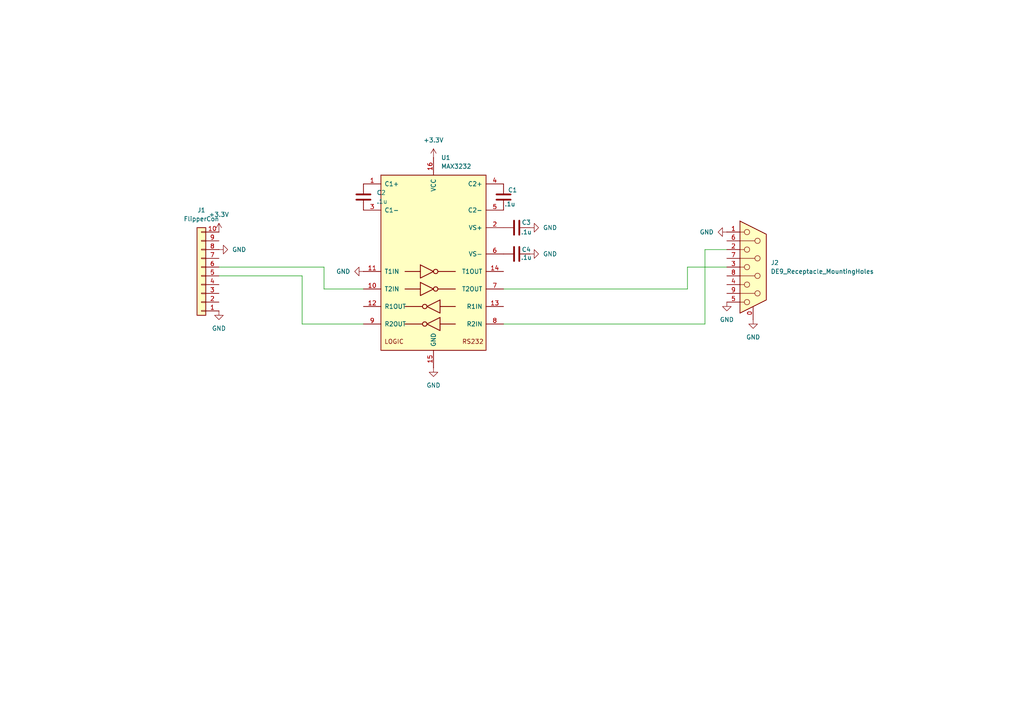
<source format=kicad_sch>
(kicad_sch
	(version 20231120)
	(generator "eeschema")
	(generator_version "8.0")
	(uuid "4e9cce1d-0f01-4817-9cf2-c28c6d59f95b")
	(paper "A4")
	(lib_symbols
		(symbol "Connector:DE9_Receptacle_MountingHoles"
			(pin_names
				(offset 1.016) hide)
			(exclude_from_sim no)
			(in_bom yes)
			(on_board yes)
			(property "Reference" "J"
				(at 0 16.51 0)
				(effects
					(font
						(size 1.27 1.27)
					)
				)
			)
			(property "Value" "DE9_Receptacle_MountingHoles"
				(at 0 14.605 0)
				(effects
					(font
						(size 1.27 1.27)
					)
				)
			)
			(property "Footprint" ""
				(at 0 0 0)
				(effects
					(font
						(size 1.27 1.27)
					)
					(hide yes)
				)
			)
			(property "Datasheet" "~"
				(at 0 0 0)
				(effects
					(font
						(size 1.27 1.27)
					)
					(hide yes)
				)
			)
			(property "Description" "9-pin female receptacle socket D-SUB connector, Mounting Hole"
				(at 0 0 0)
				(effects
					(font
						(size 1.27 1.27)
					)
					(hide yes)
				)
			)
			(property "ki_keywords" "connector receptacle female D-SUB DB9"
				(at 0 0 0)
				(effects
					(font
						(size 1.27 1.27)
					)
					(hide yes)
				)
			)
			(property "ki_fp_filters" "DSUB*Female*"
				(at 0 0 0)
				(effects
					(font
						(size 1.27 1.27)
					)
					(hide yes)
				)
			)
			(symbol "DE9_Receptacle_MountingHoles_0_1"
				(circle
					(center -1.778 -10.16)
					(radius 0.762)
					(stroke
						(width 0)
						(type default)
					)
					(fill
						(type none)
					)
				)
				(circle
					(center -1.778 -5.08)
					(radius 0.762)
					(stroke
						(width 0)
						(type default)
					)
					(fill
						(type none)
					)
				)
				(circle
					(center -1.778 0)
					(radius 0.762)
					(stroke
						(width 0)
						(type default)
					)
					(fill
						(type none)
					)
				)
				(circle
					(center -1.778 5.08)
					(radius 0.762)
					(stroke
						(width 0)
						(type default)
					)
					(fill
						(type none)
					)
				)
				(circle
					(center -1.778 10.16)
					(radius 0.762)
					(stroke
						(width 0)
						(type default)
					)
					(fill
						(type none)
					)
				)
				(polyline
					(pts
						(xy -3.81 -10.16) (xy -2.54 -10.16)
					)
					(stroke
						(width 0)
						(type default)
					)
					(fill
						(type none)
					)
				)
				(polyline
					(pts
						(xy -3.81 -7.62) (xy 0.508 -7.62)
					)
					(stroke
						(width 0)
						(type default)
					)
					(fill
						(type none)
					)
				)
				(polyline
					(pts
						(xy -3.81 -5.08) (xy -2.54 -5.08)
					)
					(stroke
						(width 0)
						(type default)
					)
					(fill
						(type none)
					)
				)
				(polyline
					(pts
						(xy -3.81 -2.54) (xy 0.508 -2.54)
					)
					(stroke
						(width 0)
						(type default)
					)
					(fill
						(type none)
					)
				)
				(polyline
					(pts
						(xy -3.81 0) (xy -2.54 0)
					)
					(stroke
						(width 0)
						(type default)
					)
					(fill
						(type none)
					)
				)
				(polyline
					(pts
						(xy -3.81 2.54) (xy 0.508 2.54)
					)
					(stroke
						(width 0)
						(type default)
					)
					(fill
						(type none)
					)
				)
				(polyline
					(pts
						(xy -3.81 5.08) (xy -2.54 5.08)
					)
					(stroke
						(width 0)
						(type default)
					)
					(fill
						(type none)
					)
				)
				(polyline
					(pts
						(xy -3.81 7.62) (xy 0.508 7.62)
					)
					(stroke
						(width 0)
						(type default)
					)
					(fill
						(type none)
					)
				)
				(polyline
					(pts
						(xy -3.81 10.16) (xy -2.54 10.16)
					)
					(stroke
						(width 0)
						(type default)
					)
					(fill
						(type none)
					)
				)
				(polyline
					(pts
						(xy -3.81 13.335) (xy -3.81 -13.335) (xy 3.81 -9.525) (xy 3.81 9.525) (xy -3.81 13.335)
					)
					(stroke
						(width 0.254)
						(type default)
					)
					(fill
						(type background)
					)
				)
				(circle
					(center 1.27 -7.62)
					(radius 0.762)
					(stroke
						(width 0)
						(type default)
					)
					(fill
						(type none)
					)
				)
				(circle
					(center 1.27 -2.54)
					(radius 0.762)
					(stroke
						(width 0)
						(type default)
					)
					(fill
						(type none)
					)
				)
				(circle
					(center 1.27 2.54)
					(radius 0.762)
					(stroke
						(width 0)
						(type default)
					)
					(fill
						(type none)
					)
				)
				(circle
					(center 1.27 7.62)
					(radius 0.762)
					(stroke
						(width 0)
						(type default)
					)
					(fill
						(type none)
					)
				)
			)
			(symbol "DE9_Receptacle_MountingHoles_1_1"
				(pin passive line
					(at 0 -15.24 90)
					(length 3.81)
					(name "PAD"
						(effects
							(font
								(size 1.27 1.27)
							)
						)
					)
					(number "0"
						(effects
							(font
								(size 1.27 1.27)
							)
						)
					)
				)
				(pin passive line
					(at -7.62 10.16 0)
					(length 3.81)
					(name "1"
						(effects
							(font
								(size 1.27 1.27)
							)
						)
					)
					(number "1"
						(effects
							(font
								(size 1.27 1.27)
							)
						)
					)
				)
				(pin passive line
					(at -7.62 5.08 0)
					(length 3.81)
					(name "2"
						(effects
							(font
								(size 1.27 1.27)
							)
						)
					)
					(number "2"
						(effects
							(font
								(size 1.27 1.27)
							)
						)
					)
				)
				(pin passive line
					(at -7.62 0 0)
					(length 3.81)
					(name "3"
						(effects
							(font
								(size 1.27 1.27)
							)
						)
					)
					(number "3"
						(effects
							(font
								(size 1.27 1.27)
							)
						)
					)
				)
				(pin passive line
					(at -7.62 -5.08 0)
					(length 3.81)
					(name "4"
						(effects
							(font
								(size 1.27 1.27)
							)
						)
					)
					(number "4"
						(effects
							(font
								(size 1.27 1.27)
							)
						)
					)
				)
				(pin passive line
					(at -7.62 -10.16 0)
					(length 3.81)
					(name "5"
						(effects
							(font
								(size 1.27 1.27)
							)
						)
					)
					(number "5"
						(effects
							(font
								(size 1.27 1.27)
							)
						)
					)
				)
				(pin passive line
					(at -7.62 7.62 0)
					(length 3.81)
					(name "6"
						(effects
							(font
								(size 1.27 1.27)
							)
						)
					)
					(number "6"
						(effects
							(font
								(size 1.27 1.27)
							)
						)
					)
				)
				(pin passive line
					(at -7.62 2.54 0)
					(length 3.81)
					(name "7"
						(effects
							(font
								(size 1.27 1.27)
							)
						)
					)
					(number "7"
						(effects
							(font
								(size 1.27 1.27)
							)
						)
					)
				)
				(pin passive line
					(at -7.62 -2.54 0)
					(length 3.81)
					(name "8"
						(effects
							(font
								(size 1.27 1.27)
							)
						)
					)
					(number "8"
						(effects
							(font
								(size 1.27 1.27)
							)
						)
					)
				)
				(pin passive line
					(at -7.62 -7.62 0)
					(length 3.81)
					(name "9"
						(effects
							(font
								(size 1.27 1.27)
							)
						)
					)
					(number "9"
						(effects
							(font
								(size 1.27 1.27)
							)
						)
					)
				)
			)
		)
		(symbol "Connector_Generic:Conn_01x10"
			(pin_names
				(offset 1.016) hide)
			(exclude_from_sim no)
			(in_bom yes)
			(on_board yes)
			(property "Reference" "J"
				(at 0 12.7 0)
				(effects
					(font
						(size 1.27 1.27)
					)
				)
			)
			(property "Value" "Conn_01x10"
				(at 0 -15.24 0)
				(effects
					(font
						(size 1.27 1.27)
					)
				)
			)
			(property "Footprint" ""
				(at 0 0 0)
				(effects
					(font
						(size 1.27 1.27)
					)
					(hide yes)
				)
			)
			(property "Datasheet" "~"
				(at 0 0 0)
				(effects
					(font
						(size 1.27 1.27)
					)
					(hide yes)
				)
			)
			(property "Description" "Generic connector, single row, 01x10, script generated (kicad-library-utils/schlib/autogen/connector/)"
				(at 0 0 0)
				(effects
					(font
						(size 1.27 1.27)
					)
					(hide yes)
				)
			)
			(property "ki_keywords" "connector"
				(at 0 0 0)
				(effects
					(font
						(size 1.27 1.27)
					)
					(hide yes)
				)
			)
			(property "ki_fp_filters" "Connector*:*_1x??_*"
				(at 0 0 0)
				(effects
					(font
						(size 1.27 1.27)
					)
					(hide yes)
				)
			)
			(symbol "Conn_01x10_1_1"
				(rectangle
					(start -1.27 -12.573)
					(end 0 -12.827)
					(stroke
						(width 0.1524)
						(type default)
					)
					(fill
						(type none)
					)
				)
				(rectangle
					(start -1.27 -10.033)
					(end 0 -10.287)
					(stroke
						(width 0.1524)
						(type default)
					)
					(fill
						(type none)
					)
				)
				(rectangle
					(start -1.27 -7.493)
					(end 0 -7.747)
					(stroke
						(width 0.1524)
						(type default)
					)
					(fill
						(type none)
					)
				)
				(rectangle
					(start -1.27 -4.953)
					(end 0 -5.207)
					(stroke
						(width 0.1524)
						(type default)
					)
					(fill
						(type none)
					)
				)
				(rectangle
					(start -1.27 -2.413)
					(end 0 -2.667)
					(stroke
						(width 0.1524)
						(type default)
					)
					(fill
						(type none)
					)
				)
				(rectangle
					(start -1.27 0.127)
					(end 0 -0.127)
					(stroke
						(width 0.1524)
						(type default)
					)
					(fill
						(type none)
					)
				)
				(rectangle
					(start -1.27 2.667)
					(end 0 2.413)
					(stroke
						(width 0.1524)
						(type default)
					)
					(fill
						(type none)
					)
				)
				(rectangle
					(start -1.27 5.207)
					(end 0 4.953)
					(stroke
						(width 0.1524)
						(type default)
					)
					(fill
						(type none)
					)
				)
				(rectangle
					(start -1.27 7.747)
					(end 0 7.493)
					(stroke
						(width 0.1524)
						(type default)
					)
					(fill
						(type none)
					)
				)
				(rectangle
					(start -1.27 10.287)
					(end 0 10.033)
					(stroke
						(width 0.1524)
						(type default)
					)
					(fill
						(type none)
					)
				)
				(rectangle
					(start -1.27 11.43)
					(end 1.27 -13.97)
					(stroke
						(width 0.254)
						(type default)
					)
					(fill
						(type background)
					)
				)
				(pin passive line
					(at -5.08 10.16 0)
					(length 3.81)
					(name "Pin_1"
						(effects
							(font
								(size 1.27 1.27)
							)
						)
					)
					(number "1"
						(effects
							(font
								(size 1.27 1.27)
							)
						)
					)
				)
				(pin passive line
					(at -5.08 -12.7 0)
					(length 3.81)
					(name "Pin_10"
						(effects
							(font
								(size 1.27 1.27)
							)
						)
					)
					(number "10"
						(effects
							(font
								(size 1.27 1.27)
							)
						)
					)
				)
				(pin passive line
					(at -5.08 7.62 0)
					(length 3.81)
					(name "Pin_2"
						(effects
							(font
								(size 1.27 1.27)
							)
						)
					)
					(number "2"
						(effects
							(font
								(size 1.27 1.27)
							)
						)
					)
				)
				(pin passive line
					(at -5.08 5.08 0)
					(length 3.81)
					(name "Pin_3"
						(effects
							(font
								(size 1.27 1.27)
							)
						)
					)
					(number "3"
						(effects
							(font
								(size 1.27 1.27)
							)
						)
					)
				)
				(pin passive line
					(at -5.08 2.54 0)
					(length 3.81)
					(name "Pin_4"
						(effects
							(font
								(size 1.27 1.27)
							)
						)
					)
					(number "4"
						(effects
							(font
								(size 1.27 1.27)
							)
						)
					)
				)
				(pin passive line
					(at -5.08 0 0)
					(length 3.81)
					(name "Pin_5"
						(effects
							(font
								(size 1.27 1.27)
							)
						)
					)
					(number "5"
						(effects
							(font
								(size 1.27 1.27)
							)
						)
					)
				)
				(pin passive line
					(at -5.08 -2.54 0)
					(length 3.81)
					(name "Pin_6"
						(effects
							(font
								(size 1.27 1.27)
							)
						)
					)
					(number "6"
						(effects
							(font
								(size 1.27 1.27)
							)
						)
					)
				)
				(pin passive line
					(at -5.08 -5.08 0)
					(length 3.81)
					(name "Pin_7"
						(effects
							(font
								(size 1.27 1.27)
							)
						)
					)
					(number "7"
						(effects
							(font
								(size 1.27 1.27)
							)
						)
					)
				)
				(pin passive line
					(at -5.08 -7.62 0)
					(length 3.81)
					(name "Pin_8"
						(effects
							(font
								(size 1.27 1.27)
							)
						)
					)
					(number "8"
						(effects
							(font
								(size 1.27 1.27)
							)
						)
					)
				)
				(pin passive line
					(at -5.08 -10.16 0)
					(length 3.81)
					(name "Pin_9"
						(effects
							(font
								(size 1.27 1.27)
							)
						)
					)
					(number "9"
						(effects
							(font
								(size 1.27 1.27)
							)
						)
					)
				)
			)
		)
		(symbol "Device:C"
			(pin_numbers hide)
			(pin_names
				(offset 0.254)
			)
			(exclude_from_sim no)
			(in_bom yes)
			(on_board yes)
			(property "Reference" "C"
				(at 0.635 2.54 0)
				(effects
					(font
						(size 1.27 1.27)
					)
					(justify left)
				)
			)
			(property "Value" "C"
				(at 0.635 -2.54 0)
				(effects
					(font
						(size 1.27 1.27)
					)
					(justify left)
				)
			)
			(property "Footprint" ""
				(at 0.9652 -3.81 0)
				(effects
					(font
						(size 1.27 1.27)
					)
					(hide yes)
				)
			)
			(property "Datasheet" "~"
				(at 0 0 0)
				(effects
					(font
						(size 1.27 1.27)
					)
					(hide yes)
				)
			)
			(property "Description" "Unpolarized capacitor"
				(at 0 0 0)
				(effects
					(font
						(size 1.27 1.27)
					)
					(hide yes)
				)
			)
			(property "ki_keywords" "cap capacitor"
				(at 0 0 0)
				(effects
					(font
						(size 1.27 1.27)
					)
					(hide yes)
				)
			)
			(property "ki_fp_filters" "C_*"
				(at 0 0 0)
				(effects
					(font
						(size 1.27 1.27)
					)
					(hide yes)
				)
			)
			(symbol "C_0_1"
				(polyline
					(pts
						(xy -2.032 -0.762) (xy 2.032 -0.762)
					)
					(stroke
						(width 0.508)
						(type default)
					)
					(fill
						(type none)
					)
				)
				(polyline
					(pts
						(xy -2.032 0.762) (xy 2.032 0.762)
					)
					(stroke
						(width 0.508)
						(type default)
					)
					(fill
						(type none)
					)
				)
			)
			(symbol "C_1_1"
				(pin passive line
					(at 0 3.81 270)
					(length 2.794)
					(name "~"
						(effects
							(font
								(size 1.27 1.27)
							)
						)
					)
					(number "1"
						(effects
							(font
								(size 1.27 1.27)
							)
						)
					)
				)
				(pin passive line
					(at 0 -3.81 90)
					(length 2.794)
					(name "~"
						(effects
							(font
								(size 1.27 1.27)
							)
						)
					)
					(number "2"
						(effects
							(font
								(size 1.27 1.27)
							)
						)
					)
				)
			)
		)
		(symbol "Interface_UART:MAX3232"
			(pin_names
				(offset 1.016)
			)
			(exclude_from_sim no)
			(in_bom yes)
			(on_board yes)
			(property "Reference" "U"
				(at -2.54 28.575 0)
				(effects
					(font
						(size 1.27 1.27)
					)
					(justify right)
				)
			)
			(property "Value" "MAX3232"
				(at -2.54 26.67 0)
				(effects
					(font
						(size 1.27 1.27)
					)
					(justify right)
				)
			)
			(property "Footprint" ""
				(at 1.27 -26.67 0)
				(effects
					(font
						(size 1.27 1.27)
					)
					(justify left)
					(hide yes)
				)
			)
			(property "Datasheet" "https://datasheets.maximintegrated.com/en/ds/MAX3222-MAX3241.pdf"
				(at 0 2.54 0)
				(effects
					(font
						(size 1.27 1.27)
					)
					(hide yes)
				)
			)
			(property "Description" "3.0V to 5.5V, Low-Power, up to 1Mbps, True RS-232 Transceivers Using Four 0.1μF External Capacitors"
				(at 0 0 0)
				(effects
					(font
						(size 1.27 1.27)
					)
					(hide yes)
				)
			)
			(property "ki_keywords" "rs232 uart transceiver line-driver"
				(at 0 0 0)
				(effects
					(font
						(size 1.27 1.27)
					)
					(hide yes)
				)
			)
			(property "ki_fp_filters" "SOIC*P1.27mm* DIP*W7.62mm* TSSOP*4.4x5mm*P0.65mm*"
				(at 0 0 0)
				(effects
					(font
						(size 1.27 1.27)
					)
					(hide yes)
				)
			)
			(symbol "MAX3232_0_0"
				(text "LOGIC"
					(at -11.43 -22.86 0)
					(effects
						(font
							(size 1.27 1.27)
						)
					)
				)
				(text "RS232"
					(at 11.43 -22.86 0)
					(effects
						(font
							(size 1.27 1.27)
						)
					)
				)
			)
			(symbol "MAX3232_0_1"
				(rectangle
					(start -15.24 -25.4)
					(end 15.24 25.4)
					(stroke
						(width 0.254)
						(type default)
					)
					(fill
						(type background)
					)
				)
				(circle
					(center -2.54 -17.78)
					(radius 0.635)
					(stroke
						(width 0.254)
						(type default)
					)
					(fill
						(type none)
					)
				)
				(circle
					(center -2.54 -12.7)
					(radius 0.635)
					(stroke
						(width 0.254)
						(type default)
					)
					(fill
						(type none)
					)
				)
				(polyline
					(pts
						(xy -3.81 -7.62) (xy -8.255 -7.62)
					)
					(stroke
						(width 0.254)
						(type default)
					)
					(fill
						(type none)
					)
				)
				(polyline
					(pts
						(xy -3.81 -2.54) (xy -8.255 -2.54)
					)
					(stroke
						(width 0.254)
						(type default)
					)
					(fill
						(type none)
					)
				)
				(polyline
					(pts
						(xy -3.175 -17.78) (xy -8.255 -17.78)
					)
					(stroke
						(width 0.254)
						(type default)
					)
					(fill
						(type none)
					)
				)
				(polyline
					(pts
						(xy -3.175 -12.7) (xy -8.255 -12.7)
					)
					(stroke
						(width 0.254)
						(type default)
					)
					(fill
						(type none)
					)
				)
				(polyline
					(pts
						(xy 1.27 -7.62) (xy 6.35 -7.62)
					)
					(stroke
						(width 0.254)
						(type default)
					)
					(fill
						(type none)
					)
				)
				(polyline
					(pts
						(xy 1.27 -2.54) (xy 6.35 -2.54)
					)
					(stroke
						(width 0.254)
						(type default)
					)
					(fill
						(type none)
					)
				)
				(polyline
					(pts
						(xy 1.905 -17.78) (xy 6.35 -17.78)
					)
					(stroke
						(width 0.254)
						(type default)
					)
					(fill
						(type none)
					)
				)
				(polyline
					(pts
						(xy 1.905 -12.7) (xy 6.35 -12.7)
					)
					(stroke
						(width 0.254)
						(type default)
					)
					(fill
						(type none)
					)
				)
				(polyline
					(pts
						(xy -3.81 -5.715) (xy -3.81 -9.525) (xy 0 -7.62) (xy -3.81 -5.715)
					)
					(stroke
						(width 0.254)
						(type default)
					)
					(fill
						(type none)
					)
				)
				(polyline
					(pts
						(xy -3.81 -0.635) (xy -3.81 -4.445) (xy 0 -2.54) (xy -3.81 -0.635)
					)
					(stroke
						(width 0.254)
						(type default)
					)
					(fill
						(type none)
					)
				)
				(polyline
					(pts
						(xy 1.905 -15.875) (xy 1.905 -19.685) (xy -1.905 -17.78) (xy 1.905 -15.875)
					)
					(stroke
						(width 0.254)
						(type default)
					)
					(fill
						(type none)
					)
				)
				(polyline
					(pts
						(xy 1.905 -10.795) (xy 1.905 -14.605) (xy -1.905 -12.7) (xy 1.905 -10.795)
					)
					(stroke
						(width 0.254)
						(type default)
					)
					(fill
						(type none)
					)
				)
				(circle
					(center 0.635 -7.62)
					(radius 0.635)
					(stroke
						(width 0.254)
						(type default)
					)
					(fill
						(type none)
					)
				)
				(circle
					(center 0.635 -2.54)
					(radius 0.635)
					(stroke
						(width 0.254)
						(type default)
					)
					(fill
						(type none)
					)
				)
			)
			(symbol "MAX3232_1_1"
				(pin passive line
					(at -20.32 22.86 0)
					(length 5.08)
					(name "C1+"
						(effects
							(font
								(size 1.27 1.27)
							)
						)
					)
					(number "1"
						(effects
							(font
								(size 1.27 1.27)
							)
						)
					)
				)
				(pin input line
					(at -20.32 -7.62 0)
					(length 5.08)
					(name "T2IN"
						(effects
							(font
								(size 1.27 1.27)
							)
						)
					)
					(number "10"
						(effects
							(font
								(size 1.27 1.27)
							)
						)
					)
				)
				(pin input line
					(at -20.32 -2.54 0)
					(length 5.08)
					(name "T1IN"
						(effects
							(font
								(size 1.27 1.27)
							)
						)
					)
					(number "11"
						(effects
							(font
								(size 1.27 1.27)
							)
						)
					)
				)
				(pin output line
					(at -20.32 -12.7 0)
					(length 5.08)
					(name "R1OUT"
						(effects
							(font
								(size 1.27 1.27)
							)
						)
					)
					(number "12"
						(effects
							(font
								(size 1.27 1.27)
							)
						)
					)
				)
				(pin input line
					(at 20.32 -12.7 180)
					(length 5.08)
					(name "R1IN"
						(effects
							(font
								(size 1.27 1.27)
							)
						)
					)
					(number "13"
						(effects
							(font
								(size 1.27 1.27)
							)
						)
					)
				)
				(pin output line
					(at 20.32 -2.54 180)
					(length 5.08)
					(name "T1OUT"
						(effects
							(font
								(size 1.27 1.27)
							)
						)
					)
					(number "14"
						(effects
							(font
								(size 1.27 1.27)
							)
						)
					)
				)
				(pin power_in line
					(at 0 -30.48 90)
					(length 5.08)
					(name "GND"
						(effects
							(font
								(size 1.27 1.27)
							)
						)
					)
					(number "15"
						(effects
							(font
								(size 1.27 1.27)
							)
						)
					)
				)
				(pin power_in line
					(at 0 30.48 270)
					(length 5.08)
					(name "VCC"
						(effects
							(font
								(size 1.27 1.27)
							)
						)
					)
					(number "16"
						(effects
							(font
								(size 1.27 1.27)
							)
						)
					)
				)
				(pin power_out line
					(at 20.32 10.16 180)
					(length 5.08)
					(name "VS+"
						(effects
							(font
								(size 1.27 1.27)
							)
						)
					)
					(number "2"
						(effects
							(font
								(size 1.27 1.27)
							)
						)
					)
				)
				(pin passive line
					(at -20.32 15.24 0)
					(length 5.08)
					(name "C1-"
						(effects
							(font
								(size 1.27 1.27)
							)
						)
					)
					(number "3"
						(effects
							(font
								(size 1.27 1.27)
							)
						)
					)
				)
				(pin passive line
					(at 20.32 22.86 180)
					(length 5.08)
					(name "C2+"
						(effects
							(font
								(size 1.27 1.27)
							)
						)
					)
					(number "4"
						(effects
							(font
								(size 1.27 1.27)
							)
						)
					)
				)
				(pin passive line
					(at 20.32 15.24 180)
					(length 5.08)
					(name "C2-"
						(effects
							(font
								(size 1.27 1.27)
							)
						)
					)
					(number "5"
						(effects
							(font
								(size 1.27 1.27)
							)
						)
					)
				)
				(pin power_out line
					(at 20.32 2.54 180)
					(length 5.08)
					(name "VS-"
						(effects
							(font
								(size 1.27 1.27)
							)
						)
					)
					(number "6"
						(effects
							(font
								(size 1.27 1.27)
							)
						)
					)
				)
				(pin output line
					(at 20.32 -7.62 180)
					(length 5.08)
					(name "T2OUT"
						(effects
							(font
								(size 1.27 1.27)
							)
						)
					)
					(number "7"
						(effects
							(font
								(size 1.27 1.27)
							)
						)
					)
				)
				(pin input line
					(at 20.32 -17.78 180)
					(length 5.08)
					(name "R2IN"
						(effects
							(font
								(size 1.27 1.27)
							)
						)
					)
					(number "8"
						(effects
							(font
								(size 1.27 1.27)
							)
						)
					)
				)
				(pin output line
					(at -20.32 -17.78 0)
					(length 5.08)
					(name "R2OUT"
						(effects
							(font
								(size 1.27 1.27)
							)
						)
					)
					(number "9"
						(effects
							(font
								(size 1.27 1.27)
							)
						)
					)
				)
			)
		)
		(symbol "power:+3.3V"
			(power)
			(pin_numbers hide)
			(pin_names
				(offset 0) hide)
			(exclude_from_sim no)
			(in_bom yes)
			(on_board yes)
			(property "Reference" "#PWR"
				(at 0 -3.81 0)
				(effects
					(font
						(size 1.27 1.27)
					)
					(hide yes)
				)
			)
			(property "Value" "+3.3V"
				(at 0 3.556 0)
				(effects
					(font
						(size 1.27 1.27)
					)
				)
			)
			(property "Footprint" ""
				(at 0 0 0)
				(effects
					(font
						(size 1.27 1.27)
					)
					(hide yes)
				)
			)
			(property "Datasheet" ""
				(at 0 0 0)
				(effects
					(font
						(size 1.27 1.27)
					)
					(hide yes)
				)
			)
			(property "Description" "Power symbol creates a global label with name \"+3.3V\""
				(at 0 0 0)
				(effects
					(font
						(size 1.27 1.27)
					)
					(hide yes)
				)
			)
			(property "ki_keywords" "global power"
				(at 0 0 0)
				(effects
					(font
						(size 1.27 1.27)
					)
					(hide yes)
				)
			)
			(symbol "+3.3V_0_1"
				(polyline
					(pts
						(xy -0.762 1.27) (xy 0 2.54)
					)
					(stroke
						(width 0)
						(type default)
					)
					(fill
						(type none)
					)
				)
				(polyline
					(pts
						(xy 0 0) (xy 0 2.54)
					)
					(stroke
						(width 0)
						(type default)
					)
					(fill
						(type none)
					)
				)
				(polyline
					(pts
						(xy 0 2.54) (xy 0.762 1.27)
					)
					(stroke
						(width 0)
						(type default)
					)
					(fill
						(type none)
					)
				)
			)
			(symbol "+3.3V_1_1"
				(pin power_in line
					(at 0 0 90)
					(length 0)
					(name "~"
						(effects
							(font
								(size 1.27 1.27)
							)
						)
					)
					(number "1"
						(effects
							(font
								(size 1.27 1.27)
							)
						)
					)
				)
			)
		)
		(symbol "power:GND"
			(power)
			(pin_numbers hide)
			(pin_names
				(offset 0) hide)
			(exclude_from_sim no)
			(in_bom yes)
			(on_board yes)
			(property "Reference" "#PWR"
				(at 0 -6.35 0)
				(effects
					(font
						(size 1.27 1.27)
					)
					(hide yes)
				)
			)
			(property "Value" "GND"
				(at 0 -3.81 0)
				(effects
					(font
						(size 1.27 1.27)
					)
				)
			)
			(property "Footprint" ""
				(at 0 0 0)
				(effects
					(font
						(size 1.27 1.27)
					)
					(hide yes)
				)
			)
			(property "Datasheet" ""
				(at 0 0 0)
				(effects
					(font
						(size 1.27 1.27)
					)
					(hide yes)
				)
			)
			(property "Description" "Power symbol creates a global label with name \"GND\" , ground"
				(at 0 0 0)
				(effects
					(font
						(size 1.27 1.27)
					)
					(hide yes)
				)
			)
			(property "ki_keywords" "global power"
				(at 0 0 0)
				(effects
					(font
						(size 1.27 1.27)
					)
					(hide yes)
				)
			)
			(symbol "GND_0_1"
				(polyline
					(pts
						(xy 0 0) (xy 0 -1.27) (xy 1.27 -1.27) (xy 0 -2.54) (xy -1.27 -1.27) (xy 0 -1.27)
					)
					(stroke
						(width 0)
						(type default)
					)
					(fill
						(type none)
					)
				)
			)
			(symbol "GND_1_1"
				(pin power_in line
					(at 0 0 270)
					(length 0)
					(name "~"
						(effects
							(font
								(size 1.27 1.27)
							)
						)
					)
					(number "1"
						(effects
							(font
								(size 1.27 1.27)
							)
						)
					)
				)
			)
		)
	)
	(wire
		(pts
			(xy 199.39 83.82) (xy 199.39 77.47)
		)
		(stroke
			(width 0)
			(type default)
		)
		(uuid "056b8769-0ba2-467f-8b82-70eeb6ad7c04")
	)
	(wire
		(pts
			(xy 199.39 77.47) (xy 210.82 77.47)
		)
		(stroke
			(width 0)
			(type default)
		)
		(uuid "2571d391-8f9a-4f64-9cf0-1e5e372a7f58")
	)
	(wire
		(pts
			(xy 93.98 83.82) (xy 105.41 83.82)
		)
		(stroke
			(width 0)
			(type default)
		)
		(uuid "2dc9e76a-8486-4975-bb5f-b0876bfafa7d")
	)
	(wire
		(pts
			(xy 63.5 80.01) (xy 87.63 80.01)
		)
		(stroke
			(width 0)
			(type default)
		)
		(uuid "3a9620d8-994b-490a-818e-c2780a5c564f")
	)
	(wire
		(pts
			(xy 87.63 80.01) (xy 87.63 93.98)
		)
		(stroke
			(width 0)
			(type default)
		)
		(uuid "55de8ff0-5c91-47c7-a9c2-41301199c86f")
	)
	(wire
		(pts
			(xy 146.05 93.98) (xy 204.47 93.98)
		)
		(stroke
			(width 0)
			(type default)
		)
		(uuid "5c2f484b-8996-4933-858f-e5f49efdb71f")
	)
	(wire
		(pts
			(xy 63.5 77.47) (xy 93.98 77.47)
		)
		(stroke
			(width 0)
			(type default)
		)
		(uuid "68c42e31-7952-48c1-b2d9-ec78bfb9ddb0")
	)
	(wire
		(pts
			(xy 87.63 93.98) (xy 105.41 93.98)
		)
		(stroke
			(width 0)
			(type default)
		)
		(uuid "83e7c386-ea7c-47e3-a5ef-264071b11684")
	)
	(wire
		(pts
			(xy 93.98 77.47) (xy 93.98 83.82)
		)
		(stroke
			(width 0)
			(type default)
		)
		(uuid "ca488922-7074-4039-ab48-78f22fe88798")
	)
	(wire
		(pts
			(xy 204.47 72.39) (xy 210.82 72.39)
		)
		(stroke
			(width 0)
			(type default)
		)
		(uuid "ccdc0f32-92d3-4f8e-87b8-aeb9809516f9")
	)
	(wire
		(pts
			(xy 146.05 83.82) (xy 199.39 83.82)
		)
		(stroke
			(width 0)
			(type default)
		)
		(uuid "eb7d0b97-252a-4ed6-8583-e1340f35656a")
	)
	(wire
		(pts
			(xy 204.47 93.98) (xy 204.47 72.39)
		)
		(stroke
			(width 0)
			(type default)
		)
		(uuid "f2e60af7-47d1-468b-8ed1-f0f40287ebd5")
	)
	(symbol
		(lib_id "power:GND")
		(at 105.41 78.74 270)
		(unit 1)
		(exclude_from_sim no)
		(in_bom yes)
		(on_board yes)
		(dnp no)
		(fields_autoplaced yes)
		(uuid "04be4a94-e68a-433f-9c2f-e5d268a27ad7")
		(property "Reference" "#PWR08"
			(at 99.06 78.74 0)
			(effects
				(font
					(size 1.27 1.27)
				)
				(hide yes)
			)
		)
		(property "Value" "GND"
			(at 101.6 78.7399 90)
			(effects
				(font
					(size 1.27 1.27)
				)
				(justify right)
			)
		)
		(property "Footprint" ""
			(at 105.41 78.74 0)
			(effects
				(font
					(size 1.27 1.27)
				)
				(hide yes)
			)
		)
		(property "Datasheet" ""
			(at 105.41 78.74 0)
			(effects
				(font
					(size 1.27 1.27)
				)
				(hide yes)
			)
		)
		(property "Description" "Power symbol creates a global label with name \"GND\" , ground"
			(at 105.41 78.74 0)
			(effects
				(font
					(size 1.27 1.27)
				)
				(hide yes)
			)
		)
		(pin "1"
			(uuid "3579525f-7df3-494a-9eb4-ef686562328a")
		)
		(instances
			(project ""
				(path "/4e9cce1d-0f01-4817-9cf2-c28c6d59f95b"
					(reference "#PWR08")
					(unit 1)
				)
			)
		)
	)
	(symbol
		(lib_id "power:GND")
		(at 210.82 67.31 270)
		(unit 1)
		(exclude_from_sim no)
		(in_bom yes)
		(on_board yes)
		(dnp no)
		(fields_autoplaced yes)
		(uuid "16eea698-6e93-45f3-a212-c65082146f94")
		(property "Reference" "#PWR011"
			(at 204.47 67.31 0)
			(effects
				(font
					(size 1.27 1.27)
				)
				(hide yes)
			)
		)
		(property "Value" "GND"
			(at 207.01 67.3099 90)
			(effects
				(font
					(size 1.27 1.27)
				)
				(justify right)
			)
		)
		(property "Footprint" ""
			(at 210.82 67.31 0)
			(effects
				(font
					(size 1.27 1.27)
				)
				(hide yes)
			)
		)
		(property "Datasheet" ""
			(at 210.82 67.31 0)
			(effects
				(font
					(size 1.27 1.27)
				)
				(hide yes)
			)
		)
		(property "Description" "Power symbol creates a global label with name \"GND\" , ground"
			(at 210.82 67.31 0)
			(effects
				(font
					(size 1.27 1.27)
				)
				(hide yes)
			)
		)
		(pin "1"
			(uuid "d27894bd-5741-4f57-b74c-21b8057e3a9c")
		)
		(instances
			(project ""
				(path "/4e9cce1d-0f01-4817-9cf2-c28c6d59f95b"
					(reference "#PWR011")
					(unit 1)
				)
			)
		)
	)
	(symbol
		(lib_id "Connector_Generic:Conn_01x10")
		(at 58.42 80.01 180)
		(unit 1)
		(exclude_from_sim no)
		(in_bom yes)
		(on_board yes)
		(dnp no)
		(fields_autoplaced yes)
		(uuid "194bc579-f8cb-4df0-ba89-5a7672a6d374")
		(property "Reference" "J1"
			(at 58.42 60.96 0)
			(effects
				(font
					(size 1.27 1.27)
				)
			)
		)
		(property "Value" "FlipperCon"
			(at 58.42 63.5 0)
			(effects
				(font
					(size 1.27 1.27)
				)
			)
		)
		(property "Footprint" "Connector_PinHeader_2.54mm:PinHeader_1x10_P2.54mm_Vertical"
			(at 58.42 80.01 0)
			(effects
				(font
					(size 1.27 1.27)
				)
				(hide yes)
			)
		)
		(property "Datasheet" "~"
			(at 58.42 80.01 0)
			(effects
				(font
					(size 1.27 1.27)
				)
				(hide yes)
			)
		)
		(property "Description" "Generic connector, single row, 01x10, script generated (kicad-library-utils/schlib/autogen/connector/)"
			(at 58.42 80.01 0)
			(effects
				(font
					(size 1.27 1.27)
				)
				(hide yes)
			)
		)
		(pin "8"
			(uuid "03cd3af1-9dd3-4719-97ac-434d74b8891c")
		)
		(pin "5"
			(uuid "1c24213b-a4d8-4cc5-9cef-36c7f96635a5")
		)
		(pin "7"
			(uuid "ebc60400-2839-45f5-b299-447f3177bbf5")
		)
		(pin "10"
			(uuid "dd1d4db9-c51c-482b-a202-d02cf2c30d61")
		)
		(pin "3"
			(uuid "ff4fc268-1401-4479-91d5-38aa93f22251")
		)
		(pin "6"
			(uuid "45c68754-8884-432e-9799-d5659e1a07a2")
		)
		(pin "9"
			(uuid "81d44be2-5b15-4a49-83fe-b50869a9c46f")
		)
		(pin "4"
			(uuid "63908770-22cc-4a8d-97c0-8e732b84c900")
		)
		(pin "1"
			(uuid "dd842279-97fe-4bf6-819a-b802cc697141")
		)
		(pin "2"
			(uuid "a84842c0-b2f0-4ee7-98d4-ffbd523cbcaa")
		)
		(instances
			(project ""
				(path "/4e9cce1d-0f01-4817-9cf2-c28c6d59f95b"
					(reference "J1")
					(unit 1)
				)
			)
		)
	)
	(symbol
		(lib_id "Interface_UART:MAX3232")
		(at 125.73 76.2 0)
		(unit 1)
		(exclude_from_sim no)
		(in_bom yes)
		(on_board yes)
		(dnp no)
		(fields_autoplaced yes)
		(uuid "40ec9ac9-6b32-4bb5-b8c6-5fab45aaae7b")
		(property "Reference" "U1"
			(at 127.9241 45.72 0)
			(effects
				(font
					(size 1.27 1.27)
				)
				(justify left)
			)
		)
		(property "Value" "MAX3232"
			(at 127.9241 48.26 0)
			(effects
				(font
					(size 1.27 1.27)
				)
				(justify left)
			)
		)
		(property "Footprint" "MAX327CSE:SOIC127P600X175-16N"
			(at 127 102.87 0)
			(effects
				(font
					(size 1.27 1.27)
				)
				(justify left)
				(hide yes)
			)
		)
		(property "Datasheet" "https://datasheets.maximintegrated.com/en/ds/MAX3222-MAX3241.pdf"
			(at 125.73 73.66 0)
			(effects
				(font
					(size 1.27 1.27)
				)
				(hide yes)
			)
		)
		(property "Description" "3.0V to 5.5V, Low-Power, up to 1Mbps, True RS-232 Transceivers Using Four 0.1μF External Capacitors"
			(at 125.73 76.2 0)
			(effects
				(font
					(size 1.27 1.27)
				)
				(hide yes)
			)
		)
		(pin "5"
			(uuid "12d39ef7-45cb-4d75-9d71-ec287dbe1ef0")
		)
		(pin "11"
			(uuid "99b16e60-7d86-4dc3-bdd1-b82c80258855")
		)
		(pin "7"
			(uuid "ea873560-4c6c-47dc-be3a-0b2605ae27ba")
		)
		(pin "6"
			(uuid "03eb9adb-8442-43c7-a929-83d16ac50707")
		)
		(pin "15"
			(uuid "f3ee64eb-01fd-4899-a82a-ccb7bdedd28b")
		)
		(pin "2"
			(uuid "2e6e60fc-6e40-45d5-b75c-a7fa7972a622")
		)
		(pin "3"
			(uuid "9e40a3bb-bfe1-41a8-8495-dbcb17c3c6cc")
		)
		(pin "10"
			(uuid "96a41f84-9814-4133-8724-f7e2a34649d6")
		)
		(pin "8"
			(uuid "df091992-eb72-4c1a-96b2-b9d9f33f2c48")
		)
		(pin "9"
			(uuid "06c848e8-c301-4d6b-bbc1-529ebce9d8a0")
		)
		(pin "1"
			(uuid "9d8ead4d-5ac6-4342-a02f-14fd69b6f1e1")
		)
		(pin "16"
			(uuid "b966a35b-55d8-458c-8967-8ea820d3341f")
		)
		(pin "12"
			(uuid "8d012d67-c867-4441-b0f2-dd2a8f5fad1d")
		)
		(pin "14"
			(uuid "6f0ef60a-fb46-4f08-91d4-85672283a78c")
		)
		(pin "13"
			(uuid "69dc9581-f1c0-4f87-b3fe-907bd3cb544e")
		)
		(pin "4"
			(uuid "443c387a-cc2f-4461-932a-2adf0b182701")
		)
		(instances
			(project ""
				(path "/4e9cce1d-0f01-4817-9cf2-c28c6d59f95b"
					(reference "U1")
					(unit 1)
				)
			)
		)
	)
	(symbol
		(lib_id "power:+3.3V")
		(at 63.5 67.31 0)
		(unit 1)
		(exclude_from_sim no)
		(in_bom yes)
		(on_board yes)
		(dnp no)
		(fields_autoplaced yes)
		(uuid "4b1aff5c-08fe-4cc7-8cd7-bfc9b86977a8")
		(property "Reference" "#PWR03"
			(at 63.5 71.12 0)
			(effects
				(font
					(size 1.27 1.27)
				)
				(hide yes)
			)
		)
		(property "Value" "+3.3V"
			(at 63.5 62.23 0)
			(effects
				(font
					(size 1.27 1.27)
				)
			)
		)
		(property "Footprint" ""
			(at 63.5 67.31 0)
			(effects
				(font
					(size 1.27 1.27)
				)
				(hide yes)
			)
		)
		(property "Datasheet" ""
			(at 63.5 67.31 0)
			(effects
				(font
					(size 1.27 1.27)
				)
				(hide yes)
			)
		)
		(property "Description" "Power symbol creates a global label with name \"+3.3V\""
			(at 63.5 67.31 0)
			(effects
				(font
					(size 1.27 1.27)
				)
				(hide yes)
			)
		)
		(pin "1"
			(uuid "7ab54bf7-c38c-47ce-be9d-a248918f9f19")
		)
		(instances
			(project ""
				(path "/4e9cce1d-0f01-4817-9cf2-c28c6d59f95b"
					(reference "#PWR03")
					(unit 1)
				)
			)
		)
	)
	(symbol
		(lib_id "Device:C")
		(at 149.86 73.66 90)
		(unit 1)
		(exclude_from_sim no)
		(in_bom yes)
		(on_board yes)
		(dnp no)
		(uuid "6e2818e3-16b0-4b8e-ab0a-81302f0e19f1")
		(property "Reference" "C4"
			(at 152.654 72.39 90)
			(effects
				(font
					(size 1.27 1.27)
				)
			)
		)
		(property "Value" ".1u"
			(at 152.654 74.676 90)
			(effects
				(font
					(size 1.27 1.27)
				)
			)
		)
		(property "Footprint" "Capacitor_SMD:C_0805_2012Metric_Pad1.18x1.45mm_HandSolder"
			(at 153.67 72.6948 0)
			(effects
				(font
					(size 1.27 1.27)
				)
				(hide yes)
			)
		)
		(property "Datasheet" "~"
			(at 149.86 73.66 0)
			(effects
				(font
					(size 1.27 1.27)
				)
				(hide yes)
			)
		)
		(property "Description" "Unpolarized capacitor"
			(at 149.86 73.66 0)
			(effects
				(font
					(size 1.27 1.27)
				)
				(hide yes)
			)
		)
		(pin "2"
			(uuid "22c8396f-4094-4608-8ba5-1a6b184ac87c")
		)
		(pin "1"
			(uuid "4d7fe2c8-3271-4cea-87f3-1e2b6327e5f0")
		)
		(instances
			(project ""
				(path "/4e9cce1d-0f01-4817-9cf2-c28c6d59f95b"
					(reference "C4")
					(unit 1)
				)
			)
		)
	)
	(symbol
		(lib_id "Device:C")
		(at 149.86 66.04 270)
		(unit 1)
		(exclude_from_sim no)
		(in_bom yes)
		(on_board yes)
		(dnp no)
		(uuid "7f5490cf-56c9-49fa-9561-1271d177d9bd")
		(property "Reference" "C3"
			(at 152.654 64.516 90)
			(effects
				(font
					(size 1.27 1.27)
				)
			)
		)
		(property "Value" ".1u"
			(at 152.654 67.31 90)
			(effects
				(font
					(size 1.27 1.27)
				)
			)
		)
		(property "Footprint" "Capacitor_SMD:C_0805_2012Metric_Pad1.18x1.45mm_HandSolder"
			(at 146.05 67.0052 0)
			(effects
				(font
					(size 1.27 1.27)
				)
				(hide yes)
			)
		)
		(property "Datasheet" "~"
			(at 149.86 66.04 0)
			(effects
				(font
					(size 1.27 1.27)
				)
				(hide yes)
			)
		)
		(property "Description" "Unpolarized capacitor"
			(at 149.86 66.04 0)
			(effects
				(font
					(size 1.27 1.27)
				)
				(hide yes)
			)
		)
		(pin "1"
			(uuid "08f6967d-8203-40f2-b8a4-4df8f7aa211a")
		)
		(pin "2"
			(uuid "7b8d544c-9f1d-4a52-a470-373bfeb6aead")
		)
		(instances
			(project ""
				(path "/4e9cce1d-0f01-4817-9cf2-c28c6d59f95b"
					(reference "C3")
					(unit 1)
				)
			)
		)
	)
	(symbol
		(lib_id "power:GND")
		(at 210.82 87.63 0)
		(unit 1)
		(exclude_from_sim no)
		(in_bom yes)
		(on_board yes)
		(dnp no)
		(fields_autoplaced yes)
		(uuid "8a83ef65-af17-44b2-a4d5-2fd89923e5bb")
		(property "Reference" "#PWR010"
			(at 210.82 93.98 0)
			(effects
				(font
					(size 1.27 1.27)
				)
				(hide yes)
			)
		)
		(property "Value" "GND"
			(at 210.82 92.71 0)
			(effects
				(font
					(size 1.27 1.27)
				)
			)
		)
		(property "Footprint" ""
			(at 210.82 87.63 0)
			(effects
				(font
					(size 1.27 1.27)
				)
				(hide yes)
			)
		)
		(property "Datasheet" ""
			(at 210.82 87.63 0)
			(effects
				(font
					(size 1.27 1.27)
				)
				(hide yes)
			)
		)
		(property "Description" "Power symbol creates a global label with name \"GND\" , ground"
			(at 210.82 87.63 0)
			(effects
				(font
					(size 1.27 1.27)
				)
				(hide yes)
			)
		)
		(pin "1"
			(uuid "0fe2298f-11c6-40ba-bc77-9f6487d2ea39")
		)
		(instances
			(project ""
				(path "/4e9cce1d-0f01-4817-9cf2-c28c6d59f95b"
					(reference "#PWR010")
					(unit 1)
				)
			)
		)
	)
	(symbol
		(lib_id "power:GND")
		(at 153.67 66.04 90)
		(unit 1)
		(exclude_from_sim no)
		(in_bom yes)
		(on_board yes)
		(dnp no)
		(fields_autoplaced yes)
		(uuid "94e83027-db22-41bc-8184-9344f6bba947")
		(property "Reference" "#PWR07"
			(at 160.02 66.04 0)
			(effects
				(font
					(size 1.27 1.27)
				)
				(hide yes)
			)
		)
		(property "Value" "GND"
			(at 157.48 66.0399 90)
			(effects
				(font
					(size 1.27 1.27)
				)
				(justify right)
			)
		)
		(property "Footprint" ""
			(at 153.67 66.04 0)
			(effects
				(font
					(size 1.27 1.27)
				)
				(hide yes)
			)
		)
		(property "Datasheet" ""
			(at 153.67 66.04 0)
			(effects
				(font
					(size 1.27 1.27)
				)
				(hide yes)
			)
		)
		(property "Description" "Power symbol creates a global label with name \"GND\" , ground"
			(at 153.67 66.04 0)
			(effects
				(font
					(size 1.27 1.27)
				)
				(hide yes)
			)
		)
		(pin "1"
			(uuid "62481428-026f-4cfa-94cf-fd7802eab07e")
		)
		(instances
			(project ""
				(path "/4e9cce1d-0f01-4817-9cf2-c28c6d59f95b"
					(reference "#PWR07")
					(unit 1)
				)
			)
		)
	)
	(symbol
		(lib_id "power:GND")
		(at 153.67 73.66 90)
		(unit 1)
		(exclude_from_sim no)
		(in_bom yes)
		(on_board yes)
		(dnp no)
		(fields_autoplaced yes)
		(uuid "94e96037-5e10-4be9-9380-d25344eb9c80")
		(property "Reference" "#PWR06"
			(at 160.02 73.66 0)
			(effects
				(font
					(size 1.27 1.27)
				)
				(hide yes)
			)
		)
		(property "Value" "GND"
			(at 157.48 73.6599 90)
			(effects
				(font
					(size 1.27 1.27)
				)
				(justify right)
			)
		)
		(property "Footprint" ""
			(at 153.67 73.66 0)
			(effects
				(font
					(size 1.27 1.27)
				)
				(hide yes)
			)
		)
		(property "Datasheet" ""
			(at 153.67 73.66 0)
			(effects
				(font
					(size 1.27 1.27)
				)
				(hide yes)
			)
		)
		(property "Description" "Power symbol creates a global label with name \"GND\" , ground"
			(at 153.67 73.66 0)
			(effects
				(font
					(size 1.27 1.27)
				)
				(hide yes)
			)
		)
		(pin "1"
			(uuid "a2992345-f03c-4b44-8702-c962b53c952b")
		)
		(instances
			(project ""
				(path "/4e9cce1d-0f01-4817-9cf2-c28c6d59f95b"
					(reference "#PWR06")
					(unit 1)
				)
			)
		)
	)
	(symbol
		(lib_id "power:GND")
		(at 63.5 90.17 0)
		(unit 1)
		(exclude_from_sim no)
		(in_bom yes)
		(on_board yes)
		(dnp no)
		(fields_autoplaced yes)
		(uuid "95dbf8ac-1b69-4424-80e4-28c921458350")
		(property "Reference" "#PWR01"
			(at 63.5 96.52 0)
			(effects
				(font
					(size 1.27 1.27)
				)
				(hide yes)
			)
		)
		(property "Value" "GND"
			(at 63.5 95.25 0)
			(effects
				(font
					(size 1.27 1.27)
				)
			)
		)
		(property "Footprint" ""
			(at 63.5 90.17 0)
			(effects
				(font
					(size 1.27 1.27)
				)
				(hide yes)
			)
		)
		(property "Datasheet" ""
			(at 63.5 90.17 0)
			(effects
				(font
					(size 1.27 1.27)
				)
				(hide yes)
			)
		)
		(property "Description" "Power symbol creates a global label with name \"GND\" , ground"
			(at 63.5 90.17 0)
			(effects
				(font
					(size 1.27 1.27)
				)
				(hide yes)
			)
		)
		(pin "1"
			(uuid "a201fe92-8d48-4dcb-8ed7-3d49a8f49c33")
		)
		(instances
			(project ""
				(path "/4e9cce1d-0f01-4817-9cf2-c28c6d59f95b"
					(reference "#PWR01")
					(unit 1)
				)
			)
		)
	)
	(symbol
		(lib_id "Connector:DE9_Receptacle_MountingHoles")
		(at 218.44 77.47 0)
		(unit 1)
		(exclude_from_sim no)
		(in_bom yes)
		(on_board yes)
		(dnp no)
		(fields_autoplaced yes)
		(uuid "b9516d16-31a6-46d7-917e-7a9cca8a04a8")
		(property "Reference" "J2"
			(at 223.52 76.1999 0)
			(effects
				(font
					(size 1.27 1.27)
				)
				(justify left)
			)
		)
		(property "Value" "DE9_Receptacle_MountingHoles"
			(at 223.52 78.7399 0)
			(effects
				(font
					(size 1.27 1.27)
				)
				(justify left)
			)
		)
		(property "Footprint" "Connector_Dsub:DSUB-9_Female_Horizontal_P2.77x2.84mm_EdgePinOffset7.70mm_Housed_MountingHolesOffset9.12mm"
			(at 218.44 77.47 0)
			(effects
				(font
					(size 1.27 1.27)
				)
				(hide yes)
			)
		)
		(property "Datasheet" "~"
			(at 218.44 77.47 0)
			(effects
				(font
					(size 1.27 1.27)
				)
				(hide yes)
			)
		)
		(property "Description" "9-pin female receptacle socket D-SUB connector, Mounting Hole"
			(at 218.44 77.47 0)
			(effects
				(font
					(size 1.27 1.27)
				)
				(hide yes)
			)
		)
		(pin "8"
			(uuid "22ca128a-313d-4a6e-a62c-475805ccb314")
		)
		(pin "7"
			(uuid "0a18bd16-d7a1-427a-8dae-b01e8050c68f")
		)
		(pin "3"
			(uuid "d2a472f9-81cb-4a51-a3a3-34c770e1f4f9")
		)
		(pin "6"
			(uuid "1d751bc6-a49a-4ffa-9d6d-4627cf820199")
		)
		(pin "2"
			(uuid "1ff63977-39e3-48ba-a9be-f1a84b0a50e8")
		)
		(pin "5"
			(uuid "69a30017-74bc-4b30-86e4-c5b5742befe1")
		)
		(pin "0"
			(uuid "565695b7-a80a-4f9e-8e2b-93516f6c232e")
		)
		(pin "4"
			(uuid "35c982d1-3ada-435e-8194-09c570e05ec9")
		)
		(pin "9"
			(uuid "188cbdec-5c6d-4540-8c80-92884bdbf5fc")
		)
		(pin "1"
			(uuid "2a16effe-b9f9-4107-8b13-e35a2f7e5e79")
		)
		(instances
			(project ""
				(path "/4e9cce1d-0f01-4817-9cf2-c28c6d59f95b"
					(reference "J2")
					(unit 1)
				)
			)
		)
	)
	(symbol
		(lib_id "Device:C")
		(at 105.41 57.15 0)
		(unit 1)
		(exclude_from_sim no)
		(in_bom yes)
		(on_board yes)
		(dnp no)
		(fields_autoplaced yes)
		(uuid "bf5c26a0-f57e-4c97-8a32-030eb11a1561")
		(property "Reference" "C2"
			(at 109.22 55.8799 0)
			(effects
				(font
					(size 1.27 1.27)
				)
				(justify left)
			)
		)
		(property "Value" ".1u"
			(at 109.22 58.4199 0)
			(effects
				(font
					(size 1.27 1.27)
				)
				(justify left)
			)
		)
		(property "Footprint" "Capacitor_SMD:C_0805_2012Metric_Pad1.18x1.45mm_HandSolder"
			(at 106.3752 60.96 0)
			(effects
				(font
					(size 1.27 1.27)
				)
				(hide yes)
			)
		)
		(property "Datasheet" "~"
			(at 105.41 57.15 0)
			(effects
				(font
					(size 1.27 1.27)
				)
				(hide yes)
			)
		)
		(property "Description" "Unpolarized capacitor"
			(at 105.41 57.15 0)
			(effects
				(font
					(size 1.27 1.27)
				)
				(hide yes)
			)
		)
		(pin "2"
			(uuid "624164fe-6d3e-4315-8788-0d5b7a4688fb")
		)
		(pin "1"
			(uuid "9c4c0bba-4223-42d5-9fa4-489c5aaf0b25")
		)
		(instances
			(project ""
				(path "/4e9cce1d-0f01-4817-9cf2-c28c6d59f95b"
					(reference "C2")
					(unit 1)
				)
			)
		)
	)
	(symbol
		(lib_id "power:GND")
		(at 125.73 106.68 0)
		(unit 1)
		(exclude_from_sim no)
		(in_bom yes)
		(on_board yes)
		(dnp no)
		(fields_autoplaced yes)
		(uuid "d12c44e0-fc9f-416c-a02b-0abf6daf19ea")
		(property "Reference" "#PWR05"
			(at 125.73 113.03 0)
			(effects
				(font
					(size 1.27 1.27)
				)
				(hide yes)
			)
		)
		(property "Value" "GND"
			(at 125.73 111.76 0)
			(effects
				(font
					(size 1.27 1.27)
				)
			)
		)
		(property "Footprint" ""
			(at 125.73 106.68 0)
			(effects
				(font
					(size 1.27 1.27)
				)
				(hide yes)
			)
		)
		(property "Datasheet" ""
			(at 125.73 106.68 0)
			(effects
				(font
					(size 1.27 1.27)
				)
				(hide yes)
			)
		)
		(property "Description" "Power symbol creates a global label with name \"GND\" , ground"
			(at 125.73 106.68 0)
			(effects
				(font
					(size 1.27 1.27)
				)
				(hide yes)
			)
		)
		(pin "1"
			(uuid "dc66763d-abc3-4896-af16-1d14e876a22e")
		)
		(instances
			(project ""
				(path "/4e9cce1d-0f01-4817-9cf2-c28c6d59f95b"
					(reference "#PWR05")
					(unit 1)
				)
			)
		)
	)
	(symbol
		(lib_id "power:GND")
		(at 63.5 72.39 90)
		(unit 1)
		(exclude_from_sim no)
		(in_bom yes)
		(on_board yes)
		(dnp no)
		(fields_autoplaced yes)
		(uuid "d1f8b6b2-d1c3-4aa1-bd6e-68935c2d4964")
		(property "Reference" "#PWR02"
			(at 69.85 72.39 0)
			(effects
				(font
					(size 1.27 1.27)
				)
				(hide yes)
			)
		)
		(property "Value" "GND"
			(at 67.31 72.3899 90)
			(effects
				(font
					(size 1.27 1.27)
				)
				(justify right)
			)
		)
		(property "Footprint" ""
			(at 63.5 72.39 0)
			(effects
				(font
					(size 1.27 1.27)
				)
				(hide yes)
			)
		)
		(property "Datasheet" ""
			(at 63.5 72.39 0)
			(effects
				(font
					(size 1.27 1.27)
				)
				(hide yes)
			)
		)
		(property "Description" "Power symbol creates a global label with name \"GND\" , ground"
			(at 63.5 72.39 0)
			(effects
				(font
					(size 1.27 1.27)
				)
				(hide yes)
			)
		)
		(pin "1"
			(uuid "5a84eebc-529a-440d-b523-1c75d2bd80a9")
		)
		(instances
			(project ""
				(path "/4e9cce1d-0f01-4817-9cf2-c28c6d59f95b"
					(reference "#PWR02")
					(unit 1)
				)
			)
		)
	)
	(symbol
		(lib_id "power:GND")
		(at 218.44 92.71 0)
		(unit 1)
		(exclude_from_sim no)
		(in_bom yes)
		(on_board yes)
		(dnp no)
		(fields_autoplaced yes)
		(uuid "d8450eb3-2767-4b22-a722-ef702c9bcc28")
		(property "Reference" "#PWR09"
			(at 218.44 99.06 0)
			(effects
				(font
					(size 1.27 1.27)
				)
				(hide yes)
			)
		)
		(property "Value" "GND"
			(at 218.44 97.79 0)
			(effects
				(font
					(size 1.27 1.27)
				)
			)
		)
		(property "Footprint" ""
			(at 218.44 92.71 0)
			(effects
				(font
					(size 1.27 1.27)
				)
				(hide yes)
			)
		)
		(property "Datasheet" ""
			(at 218.44 92.71 0)
			(effects
				(font
					(size 1.27 1.27)
				)
				(hide yes)
			)
		)
		(property "Description" "Power symbol creates a global label with name \"GND\" , ground"
			(at 218.44 92.71 0)
			(effects
				(font
					(size 1.27 1.27)
				)
				(hide yes)
			)
		)
		(pin "1"
			(uuid "5e2c6454-53bb-4606-97fa-f1c3c1ec3b21")
		)
		(instances
			(project ""
				(path "/4e9cce1d-0f01-4817-9cf2-c28c6d59f95b"
					(reference "#PWR09")
					(unit 1)
				)
			)
		)
	)
	(symbol
		(lib_id "Device:C")
		(at 146.05 57.15 0)
		(unit 1)
		(exclude_from_sim no)
		(in_bom yes)
		(on_board yes)
		(dnp no)
		(uuid "e0728ad0-9f9c-4926-aa33-4f232a769108")
		(property "Reference" "C1"
			(at 147.32 55.118 0)
			(effects
				(font
					(size 1.27 1.27)
				)
				(justify left)
			)
		)
		(property "Value" ".1u"
			(at 146.304 59.182 0)
			(effects
				(font
					(size 1.27 1.27)
				)
				(justify left)
			)
		)
		(property "Footprint" "Capacitor_SMD:C_0805_2012Metric_Pad1.18x1.45mm_HandSolder"
			(at 147.0152 60.96 0)
			(effects
				(font
					(size 1.27 1.27)
				)
				(hide yes)
			)
		)
		(property "Datasheet" "~"
			(at 146.05 57.15 0)
			(effects
				(font
					(size 1.27 1.27)
				)
				(hide yes)
			)
		)
		(property "Description" "Unpolarized capacitor"
			(at 146.05 57.15 0)
			(effects
				(font
					(size 1.27 1.27)
				)
				(hide yes)
			)
		)
		(pin "2"
			(uuid "acc96ba7-9ec0-4ab0-8578-fa9f6c26e932")
		)
		(pin "1"
			(uuid "136f0abd-5cd9-427d-a66a-f58e7f0e2a87")
		)
		(instances
			(project ""
				(path "/4e9cce1d-0f01-4817-9cf2-c28c6d59f95b"
					(reference "C1")
					(unit 1)
				)
			)
		)
	)
	(symbol
		(lib_id "power:+3.3V")
		(at 125.73 45.72 0)
		(unit 1)
		(exclude_from_sim no)
		(in_bom yes)
		(on_board yes)
		(dnp no)
		(fields_autoplaced yes)
		(uuid "eec1f401-e5d0-40c1-8031-b9b5be8321ef")
		(property "Reference" "#PWR04"
			(at 125.73 49.53 0)
			(effects
				(font
					(size 1.27 1.27)
				)
				(hide yes)
			)
		)
		(property "Value" "+3.3V"
			(at 125.73 40.64 0)
			(effects
				(font
					(size 1.27 1.27)
				)
			)
		)
		(property "Footprint" ""
			(at 125.73 45.72 0)
			(effects
				(font
					(size 1.27 1.27)
				)
				(hide yes)
			)
		)
		(property "Datasheet" ""
			(at 125.73 45.72 0)
			(effects
				(font
					(size 1.27 1.27)
				)
				(hide yes)
			)
		)
		(property "Description" "Power symbol creates a global label with name \"+3.3V\""
			(at 125.73 45.72 0)
			(effects
				(font
					(size 1.27 1.27)
				)
				(hide yes)
			)
		)
		(pin "1"
			(uuid "55b88c47-1709-4b5c-ba02-6bc2aa98f63c")
		)
		(instances
			(project ""
				(path "/4e9cce1d-0f01-4817-9cf2-c28c6d59f95b"
					(reference "#PWR04")
					(unit 1)
				)
			)
		)
	)
	(sheet_instances
		(path "/"
			(page "1")
		)
	)
)

</source>
